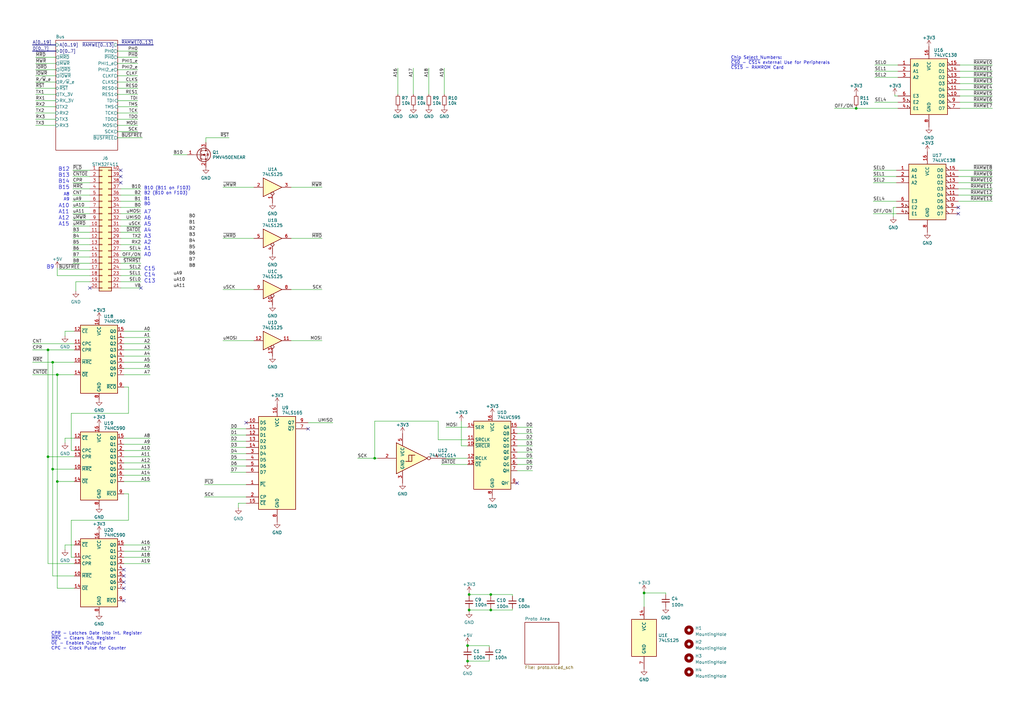
<source format=kicad_sch>
(kicad_sch (version 20230121) (generator eeschema)
  (paper "A3")
  (title_block (title "Unicomp v2 - RAMROM Board") (date "2023-07-06") (rev "v1") (company "100% Offner") (comment 1 "v1: Initial"))
  (lib_symbols
    (symbol "74xGxx:74AHC1G14"
      (property "Reference" "U" (at -2.54 3.81 0))
      (property "Value" "74AHC1G14" (at 0 -3.81 0))
      (symbol "74AHC1G14_1_1"
        (pin input line (at -15.24 0 0) (length 7.62) (name "~") (number "2"))
        (pin power_in line (at -5.08 -10.16 90) (length 5.08) (name "GND") (number "3"))
        (pin output inverted (at 12.7 0 180) (length 7.62) (name "~") (number "4"))
        (pin power_in line (at -5.08 10.16 270) (length 5.08) (name "VCC") (number "5"))
      )
    )
    (symbol "74xx:74HC590"
      (property "Reference" "U" (at -7.62 16.51 0))
      (property "Value" "74HC590" (at -7.62 -13.97 0))
      (symbol "74HC590_1_0"
        (pin tri_state line (at 10.16 10.16 180) (length 2.54) (name "Q1") (number "1"))
        (pin input line (at -10.16 0 0) (length 2.54) (name "~{MRC}") (number "10"))
        (pin input line (at -10.16 7.62 0) (length 2.54) (name "CPC") (number "11"))
        (pin input line (at -10.16 12.7 0) (length 2.54) (name "~{CE}") (number "12"))
        (pin input line (at -10.16 5.08 0) (length 2.54) (name "CPR") (number "13"))
        (pin input line (at -10.16 -5.08 0) (length 2.54) (name "~{OE}") (number "14"))
        (pin tri_state line (at 10.16 12.7 180) (length 2.54) (name "Q0") (number "15"))
        (pin power_in line (at 0 17.78 270) (length 2.54) (name "VCC") (number "16"))
        (pin tri_state line (at 10.16 7.62 180) (length 2.54) (name "Q2") (number "2"))
        (pin tri_state line (at 10.16 5.08 180) (length 2.54) (name "Q3") (number "3"))
        (pin tri_state line (at 10.16 2.54 180) (length 2.54) (name "Q4") (number "4"))
        (pin tri_state line (at 10.16 0 180) (length 2.54) (name "Q5") (number "5"))
        (pin tri_state line (at 10.16 -2.54 180) (length 2.54) (name "Q6") (number "6"))
        (pin tri_state line (at 10.16 -5.08 180) (length 2.54) (name "Q7") (number "7"))
        (pin power_in line (at 0 -15.24 90) (length 2.54) (name "GND") (number "8"))
        (pin output line (at 10.16 -10.16 180) (length 2.54) (name "~{RCO}") (number "9"))
      )
    )
    (symbol "74xx:74LS125" (pin_names (offset 1.016))
      (property "Reference" "U" (at 0 1.27 0))
      (property "Value" "74LS125" (at 0 -1.27 0))
      (symbol "74LS125_1_0"
        (pin input inverted (at 0 -6.35 90) (length 4.445) (name "~") (number "1"))
        (pin input line (at -7.62 0 0) (length 3.81) (name "~") (number "2"))
        (pin tri_state line (at 7.62 0 180) (length 3.81) (name "~") (number "3"))
      )
      (symbol "74LS125_2_0"
        (pin input inverted (at 0 -6.35 90) (length 4.445) (name "~") (number "4"))
        (pin input line (at -7.62 0 0) (length 3.81) (name "~") (number "5"))
        (pin tri_state line (at 7.62 0 180) (length 3.81) (name "~") (number "6"))
      )
      (symbol "74LS125_3_0"
        (pin input inverted (at 0 -6.35 90) (length 4.445) (name "~") (number "10"))
        (pin tri_state line (at 7.62 0 180) (length 3.81) (name "~") (number "8"))
        (pin input line (at -7.62 0 0) (length 3.81) (name "~") (number "9"))
      )
      (symbol "74LS125_4_0"
        (pin tri_state line (at 7.62 0 180) (length 3.81) (name "~") (number "11"))
        (pin input line (at -7.62 0 0) (length 3.81) (name "~") (number "12"))
        (pin input inverted (at 0 -6.35 90) (length 4.445) (name "~") (number "13"))
      )
      (symbol "74LS125_5_0"
        (pin power_in line (at 0 12.7 270) (length 5.08) (name "VCC") (number "14"))
        (pin power_in line (at 0 -12.7 90) (length 5.08) (name "GND") (number "7"))
      )
    )
    (symbol "74xx:74LS138" (pin_names (offset 1.016))
      (property "Reference" "U" (at -7.62 11.43 0))
      (property "Value" "74LS138" (at -7.62 -13.97 0))
      (symbol "74LS138_1_0"
        (pin input line (at -12.7 7.62 0) (length 5.08) (name "A0") (number "1"))
        (pin output output_low (at 12.7 -5.08 180) (length 5.08) (name "O5") (number "10"))
        (pin output output_low (at 12.7 -2.54 180) (length 5.08) (name "O4") (number "11"))
        (pin output output_low (at 12.7 0 180) (length 5.08) (name "O3") (number "12"))
        (pin output output_low (at 12.7 2.54 180) (length 5.08) (name "O2") (number "13"))
        (pin output output_low (at 12.7 5.08 180) (length 5.08) (name "O1") (number "14"))
        (pin output output_low (at 12.7 7.62 180) (length 5.08) (name "O0") (number "15"))
        (pin power_in line (at 0 15.24 270) (length 5.08) (name "VCC") (number "16"))
        (pin input line (at -12.7 5.08 0) (length 5.08) (name "A1") (number "2"))
        (pin input line (at -12.7 2.54 0) (length 5.08) (name "A2") (number "3"))
        (pin input input_low (at -12.7 -10.16 0) (length 5.08) (name "E1") (number "4"))
        (pin input input_low (at -12.7 -7.62 0) (length 5.08) (name "E2") (number "5"))
        (pin input line (at -12.7 -5.08 0) (length 5.08) (name "E3") (number "6"))
        (pin output output_low (at 12.7 -10.16 180) (length 5.08) (name "O7") (number "7"))
        (pin power_in line (at 0 -17.78 90) (length 5.08) (name "GND") (number "8"))
        (pin output output_low (at 12.7 -7.62 180) (length 5.08) (name "O6") (number "9"))
      )
    )
    (symbol "74xx:74LS165"
      (property "Reference" "U" (at -7.62 19.05 0))
      (property "Value" "74LS165" (at -7.62 -21.59 0))
      (symbol "74LS165_1_0"
        (pin input line (at -12.7 -10.16 0) (length 5.08) (name "~{PL}") (number "1"))
        (pin input line (at -12.7 15.24 0) (length 5.08) (name "DS") (number "10"))
        (pin input line (at -12.7 12.7 0) (length 5.08) (name "D0") (number "11"))
        (pin input line (at -12.7 10.16 0) (length 5.08) (name "D1") (number "12"))
        (pin input line (at -12.7 7.62 0) (length 5.08) (name "D2") (number "13"))
        (pin input line (at -12.7 5.08 0) (length 5.08) (name "D3") (number "14"))
        (pin input line (at -12.7 -17.78 0) (length 5.08) (name "~{CE}") (number "15"))
        (pin power_in line (at 0 22.86 270) (length 5.08) (name "VCC") (number "16"))
        (pin input line (at -12.7 -15.24 0) (length 5.08) (name "CP") (number "2"))
        (pin input line (at -12.7 2.54 0) (length 5.08) (name "D4") (number "3"))
        (pin input line (at -12.7 0 0) (length 5.08) (name "D5") (number "4"))
        (pin input line (at -12.7 -2.54 0) (length 5.08) (name "D6") (number "5"))
        (pin input line (at -12.7 -5.08 0) (length 5.08) (name "D7") (number "6"))
        (pin output line (at 12.7 12.7 180) (length 5.08) (name "~{Q7}") (number "7"))
        (pin power_in line (at 0 -25.4 90) (length 5.08) (name "GND") (number "8"))
        (pin output line (at 12.7 15.24 180) (length 5.08) (name "Q7") (number "9"))
      )
    )
    (symbol "74xx:74LS595"
      (property "Reference" "U" (at -7.62 13.97 0))
      (property "Value" "74LS595" (at -7.62 -16.51 0))
      (symbol "74LS595_1_0"
        (pin tri_state line (at 10.16 7.62 180) (length 2.54) (name "QB") (number "1"))
        (pin input line (at -10.16 2.54 0) (length 2.54) (name "~{SRCLR}") (number "10"))
        (pin input line (at -10.16 5.08 0) (length 2.54) (name "SRCLK") (number "11"))
        (pin input line (at -10.16 -2.54 0) (length 2.54) (name "RCLK") (number "12"))
        (pin input line (at -10.16 -5.08 0) (length 2.54) (name "~{OE}") (number "13"))
        (pin input line (at -10.16 10.16 0) (length 2.54) (name "SER") (number "14"))
        (pin tri_state line (at 10.16 10.16 180) (length 2.54) (name "QA") (number "15"))
        (pin power_in line (at 0 15.24 270) (length 2.54) (name "VCC") (number "16"))
        (pin tri_state line (at 10.16 5.08 180) (length 2.54) (name "QC") (number "2"))
        (pin tri_state line (at 10.16 2.54 180) (length 2.54) (name "QD") (number "3"))
        (pin tri_state line (at 10.16 0 180) (length 2.54) (name "QE") (number "4"))
        (pin tri_state line (at 10.16 -2.54 180) (length 2.54) (name "QF") (number "5"))
        (pin tri_state line (at 10.16 -5.08 180) (length 2.54) (name "QG") (number "6"))
        (pin tri_state line (at 10.16 -7.62 180) (length 2.54) (name "QH") (number "7"))
        (pin power_in line (at 0 -17.78 90) (length 2.54) (name "GND") (number "8"))
        (pin output line (at 10.16 -12.7 180) (length 2.54) (name "QH'") (number "9"))
      )
    )
    (symbol "Connector_Generic:Conn_02x20_Counter_Clockwise" (pin_names (offset 1.016) hide)
      (property "Reference" "J" (at 1.27 25.4 0))
      (property "Value" "Conn_02x20_Counter_Clockwise" (at 1.27 -27.94 0))
      (symbol "Conn_02x20_Counter_Clockwise_1_1"
        (pin passive line (at -5.08 22.86 0) (length 3.81) (name "Pin_1") (number "1"))
        (pin passive line (at -5.08 0 0) (length 3.81) (name "Pin_10") (number "10"))
        (pin passive line (at -5.08 -2.54 0) (length 3.81) (name "Pin_11") (number "11"))
        (pin passive line (at -5.08 -5.08 0) (length 3.81) (name "Pin_12") (number "12"))
        (pin passive line (at -5.08 -7.62 0) (length 3.81) (name "Pin_13") (number "13"))
        (pin passive line (at -5.08 -10.16 0) (length 3.81) (name "Pin_14") (number "14"))
        (pin passive line (at -5.08 -12.7 0) (length 3.81) (name "Pin_15") (number "15"))
        (pin passive line (at -5.08 -15.24 0) (length 3.81) (name "Pin_16") (number "16"))
        (pin passive line (at -5.08 -17.78 0) (length 3.81) (name "Pin_17") (number "17"))
        (pin passive line (at -5.08 -20.32 0) (length 3.81) (name "Pin_18") (number "18"))
        (pin passive line (at -5.08 -22.86 0) (length 3.81) (name "Pin_19") (number "19"))
        (pin passive line (at -5.08 20.32 0) (length 3.81) (name "Pin_2") (number "2"))
        (pin passive line (at -5.08 -25.4 0) (length 3.81) (name "Pin_20") (number "20"))
        (pin passive line (at 7.62 -25.4 180) (length 3.81) (name "Pin_21") (number "21"))
        (pin passive line (at 7.62 -22.86 180) (length 3.81) (name "Pin_22") (number "22"))
        (pin passive line (at 7.62 -20.32 180) (length 3.81) (name "Pin_23") (number "23"))
        (pin passive line (at 7.62 -17.78 180) (length 3.81) (name "Pin_24") (number "24"))
        (pin passive line (at 7.62 -15.24 180) (length 3.81) (name "Pin_25") (number "25"))
        (pin passive line (at 7.62 -12.7 180) (length 3.81) (name "Pin_26") (number "26"))
        (pin passive line (at 7.62 -10.16 180) (length 3.81) (name "Pin_27") (number "27"))
        (pin passive line (at 7.62 -7.62 180) (length 3.81) (name "Pin_28") (number "28"))
        (pin passive line (at 7.62 -5.08 180) (length 3.81) (name "Pin_29") (number "29"))
        (pin passive line (at -5.08 17.78 0) (length 3.81) (name "Pin_3") (number "3"))
        (pin passive line (at 7.62 -2.54 180) (length 3.81) (name "Pin_30") (number "30"))
        (pin passive line (at 7.62 0 180) (length 3.81) (name "Pin_31") (number "31"))
        (pin passive line (at 7.62 2.54 180) (length 3.81) (name "Pin_32") (number "32"))
        (pin passive line (at 7.62 5.08 180) (length 3.81) (name "Pin_33") (number "33"))
        (pin passive line (at 7.62 7.62 180) (length 3.81) (name "Pin_34") (number "34"))
        (pin passive line (at 7.62 10.16 180) (length 3.81) (name "Pin_35") (number "35"))
        (pin passive line (at 7.62 12.7 180) (length 3.81) (name "Pin_36") (number "36"))
        (pin passive line (at 7.62 15.24 180) (length 3.81) (name "Pin_37") (number "37"))
        (pin passive line (at 7.62 17.78 180) (length 3.81) (name "Pin_38") (number "38"))
        (pin passive line (at 7.62 20.32 180) (length 3.81) (name "Pin_39") (number "39"))
        (pin passive line (at -5.08 15.24 0) (length 3.81) (name "Pin_4") (number "4"))
        (pin passive line (at 7.62 22.86 180) (length 3.81) (name "Pin_40") (number "40"))
        (pin passive line (at -5.08 12.7 0) (length 3.81) (name "Pin_5") (number "5"))
        (pin passive line (at -5.08 10.16 0) (length 3.81) (name "Pin_6") (number "6"))
        (pin passive line (at -5.08 7.62 0) (length 3.81) (name "Pin_7") (number "7"))
        (pin passive line (at -5.08 5.08 0) (length 3.81) (name "Pin_8") (number "8"))
        (pin passive line (at -5.08 2.54 0) (length 3.81) (name "Pin_9") (number "9"))
      )
    )
    (symbol "Device:C_Small" (pin_numbers hide) (pin_names (offset 0.254) hide)
      (property "Reference" "C" (at 0.254 1.778 0))
      (property "Value" "C_Small" (at 0.254 -2.032 0))
      (symbol "C_Small_1_1"
        (pin passive line (at 0 2.54 270) (length 2.032) (name "~") (number "1"))
        (pin passive line (at 0 -2.54 90) (length 2.032) (name "~") (number "2"))
      )
    )
    (symbol "Device:R_Small" (pin_numbers hide) (pin_names (offset 0.254) hide)
      (property "Reference" "R" (at 0.762 0.508 0))
      (property "Value" "R_Small" (at 0.762 -1.016 0))
      (symbol "R_Small_1_1"
        (pin passive line (at 0 2.54 270) (length 0.762) (name "~") (number "1"))
        (pin passive line (at 0 -2.54 90) (length 0.762) (name "~") (number "2"))
      )
    )
    (symbol "GND_1" (power) (pin_names (offset 0))
      (property "Value" "GND_1" (at 0 -3.81 0))
      (symbol "GND_1_1_1"
        (pin power_in line (at 0 0 270) (length 0) hide (name "GND") (number "1"))
      )
    )
    (symbol "Mechanical:MountingHole" (pin_names (offset 1.016))
      (property "Reference" "H" (at 0 5.08 0))
      (property "Value" "MountingHole" (at 0 3.175 0))
    )
    (symbol "Transistor_FET:IRLML0030" (pin_names hide)
      (property "Reference" "Q" (at 5.08 1.905 0))
      (property "Value" "IRLML0030" (at 5.08 0 0))
      (symbol "IRLML0030_1_1"
        (pin input line (at -5.08 0 0) (length 2.54) (name "G") (number "1"))
        (pin passive line (at 2.54 -5.08 90) (length 2.54) (name "S") (number "2"))
        (pin passive line (at 2.54 5.08 270) (length 2.54) (name "D") (number "3"))
      )
    )
    (symbol "power:+3V3" (power) (pin_names (offset 0))
      (property "Value" "+3V3" (at 0 3.556 0))
      (symbol "+3V3_1_1"
        (pin power_in line (at 0 0 90) (length 0) hide (name "+3V3") (number "1"))
      )
    )
    (symbol "power:+5V" (power) (pin_names (offset 0))
      (property "Value" "+5V" (at 0 3.556 0))
      (symbol "+5V_1_1"
        (pin power_in line (at 0 0 90) (length 0) hide (name "+5V") (number "1"))
      )
    )
    (symbol "power:GND" (power) (pin_names (offset 0))
      (property "Value" "GND" (at 0 -3.81 0))
      (symbol "GND_1_1"
        (pin power_in line (at 0 0 270) (length 0) hide (name "GND") (number "1"))
      )
    )
  )
  (junction (at 351.155 44.45))
  (junction (at 201.295 243.84))
  (junction (at 21.59 148.59))
  (junction (at 19.685 187.325))
  (junction (at 192.405 250.19))
  (junction (at 21.59 192.405))
  (junction (at 191.77 264.795))
  (junction (at 153.67 187.96))
  (junction (at 264.16 243.205))
  (junction (at 201.295 250.19))
  (junction (at 23.495 153.67))
  (junction (at 23.495 197.485))
  (junction (at 191.77 271.145))
  (junction (at 192.405 243.84))
  (junction (at 19.685 143.51))
  (no_connect (at 393.065 87.63))
  (no_connect (at 36.83 118.11))
  (no_connect (at 49.53 72.39))
  (no_connect (at 126.365 175.895))
  (no_connect (at 100.965 173.355))
  (no_connect (at 49.53 69.85))
  (no_connect (at 50.8 241.3))
  (no_connect (at 212.09 198.12))
  (no_connect (at 393.065 85.09))
  (no_connect (at 50.8 238.76))
  (no_connect (at 57.785 118.11))
  (no_connect (at 50.8 236.22))
  (no_connect (at 50.8 246.38))
  (no_connect (at 50.8 233.68))
  (no_connect (at 49.53 74.93))
  (wire (pts (xy 50.8 192.405) (xy 61.595 192.405)))
  (wire (pts (xy 84.455 58.42) (xy 84.455 56.515)))
  (wire (pts (xy 29.845 95.25) (xy 36.83 95.25)))
  (wire (pts (xy 52.705 169.545) (xy 29.21 169.545)))
  (wire (pts (xy 200.66 264.795) (xy 200.66 265.43)))
  (wire (pts (xy 49.53 102.87) (xy 57.785 102.87)))
  (wire (pts (xy 26.67 179.705) (xy 30.48 179.705)))
  (wire (pts (xy 29.845 85.09) (xy 36.83 85.09)))
  (wire (pts (xy 189.23 182.88) (xy 191.77 182.88)))
  (wire (pts (xy 14.605 31.115) (xy 22.86 31.115)))
  (wire (pts (xy 50.8 223.52) (xy 61.595 223.52)))
  (wire (pts (xy 393.065 77.47) (xy 407.035 77.47)))
  (wire (pts (xy 48.26 43.815) (xy 56.515 43.815)))
  (wire (pts (xy 50.8 135.89) (xy 61.595 135.89)))
  (wire (pts (xy 100.965 175.895) (xy 94.615 175.895)))
  (wire (pts (xy 49.53 95.25) (xy 57.785 95.25)))
  (bus (pts (xy 48.26 18.415) (xy 62.865 18.415)))
  (wire (pts (xy 29.845 77.47) (xy 36.83 77.47)))
  (wire (pts (xy 212.09 185.42) (xy 218.44 185.42)))
  (wire (pts (xy 50.8 187.325) (xy 61.595 187.325)))
  (wire (pts (xy 23.495 109.855) (xy 23.495 113.03)))
  (wire (pts (xy 26.67 135.89) (xy 26.67 137.795)))
  (wire (pts (xy 192.405 250.19) (xy 192.405 249.555)))
  (wire (pts (xy 26.67 223.52) (xy 30.48 223.52)))
  (wire (pts (xy 49.53 87.63) (xy 57.785 87.63)))
  (wire (pts (xy 119.38 139.7) (xy 132.08 139.7)))
  (wire (pts (xy 31.115 115.57) (xy 31.115 119.38)))
  (wire (pts (xy 132.08 76.835) (xy 119.38 76.835)))
  (wire (pts (xy 169.545 27.94) (xy 169.545 38.735)))
  (wire (pts (xy 393.065 80.01) (xy 407.035 80.01)))
  (wire (pts (xy 100.965 188.595) (xy 94.615 188.595)))
  (wire (pts (xy 19.685 143.51) (xy 19.685 187.325)))
  (wire (pts (xy 50.8 138.43) (xy 61.595 138.43)))
  (wire (pts (xy 358.775 29.21) (xy 368.3 29.21)))
  (wire (pts (xy 48.26 36.195) (xy 56.515 36.195)))
  (wire (pts (xy 191.77 271.78) (xy 191.77 271.145)))
  (wire (pts (xy 83.82 198.755) (xy 100.965 198.755)))
  (wire (pts (xy 104.14 118.745) (xy 91.44 118.745)))
  (wire (pts (xy 49.53 113.03) (xy 57.785 113.03)))
  (wire (pts (xy 393.065 72.39) (xy 407.035 72.39)))
  (wire (pts (xy 191.77 271.145) (xy 200.66 271.145)))
  (wire (pts (xy 13.335 140.97) (xy 30.48 140.97)))
  (wire (pts (xy 21.59 148.59) (xy 30.48 148.59)))
  (wire (pts (xy 48.26 56.515) (xy 58.42 56.515)))
  (wire (pts (xy 100.965 191.135) (xy 94.615 191.135)))
  (wire (pts (xy 50.8 143.51) (xy 61.595 143.51)))
  (wire (pts (xy 192.405 243.84) (xy 201.295 243.84)))
  (wire (pts (xy 48.26 20.955) (xy 56.515 20.955)))
  (wire (pts (xy 393.7 31.75) (xy 407.035 31.75)))
  (wire (pts (xy 48.26 28.575) (xy 56.515 28.575)))
  (wire (pts (xy 29.845 105.41) (xy 36.83 105.41)))
  (wire (pts (xy 358.14 72.39) (xy 367.665 72.39)))
  (wire (pts (xy 49.53 77.47) (xy 57.785 77.47)))
  (wire (pts (xy 23.495 197.485) (xy 30.48 197.485)))
  (wire (pts (xy 393.065 82.55) (xy 407.035 82.55)))
  (wire (pts (xy 14.605 46.355) (xy 22.86 46.355)))
  (wire (pts (xy 192.405 250.19) (xy 201.295 250.19)))
  (wire (pts (xy 393.7 41.91) (xy 407.035 41.91)))
  (wire (pts (xy 71.12 63.5) (xy 76.835 63.5)))
  (wire (pts (xy 48.26 51.435) (xy 56.515 51.435)))
  (wire (pts (xy 264.16 243.205) (xy 273.05 243.205)))
  (wire (pts (xy 50.8 228.6) (xy 61.595 228.6)))
  (wire (pts (xy 351.155 43.815) (xy 351.155 44.45)))
  (wire (pts (xy 49.53 105.41) (xy 57.785 105.41)))
  (wire (pts (xy 19.685 187.325) (xy 30.48 187.325)))
  (wire (pts (xy 50.8 179.705) (xy 61.595 179.705)))
  (wire (pts (xy 210.185 243.84) (xy 210.185 244.475)))
  (wire (pts (xy 23.495 241.3) (xy 30.48 241.3)))
  (wire (pts (xy 264.16 242.57) (xy 264.16 243.205)))
  (wire (pts (xy 29.845 92.71) (xy 36.83 92.71)))
  (wire (pts (xy 100.965 193.675) (xy 94.615 193.675)))
  (wire (pts (xy 29.21 228.6) (xy 30.48 228.6)))
  (wire (pts (xy 50.8 189.865) (xy 61.595 189.865)))
  (wire (pts (xy 14.605 41.275) (xy 22.86 41.275)))
  (wire (pts (xy 21.59 192.405) (xy 30.48 192.405)))
  (wire (pts (xy 192.405 243.205) (xy 192.405 243.84)))
  (wire (pts (xy 100.965 178.435) (xy 94.615 178.435)))
  (wire (pts (xy 179.705 172.72) (xy 179.705 180.34)))
  (wire (pts (xy 50.8 148.59) (xy 61.595 148.59)))
  (wire (pts (xy 52.705 213.36) (xy 29.21 213.36)))
  (wire (pts (xy 393.7 36.83) (xy 407.035 36.83)))
  (wire (pts (xy 14.605 51.435) (xy 22.86 51.435)))
  (wire (pts (xy 163.195 27.94) (xy 163.195 38.735)))
  (wire (pts (xy 393.7 44.45) (xy 407.035 44.45)))
  (wire (pts (xy 212.09 193.04) (xy 218.44 193.04)))
  (wire (pts (xy 358.14 69.85) (xy 367.665 69.85)))
  (wire (pts (xy 191.77 264.16) (xy 191.77 264.795)))
  (wire (pts (xy 119.38 118.745) (xy 132.08 118.745)))
  (wire (pts (xy 83.82 203.835) (xy 100.965 203.835)))
  (wire (pts (xy 23.495 197.485) (xy 23.495 241.3)))
  (wire (pts (xy 50.8 202.565) (xy 52.705 202.565)))
  (wire (pts (xy 210.185 249.555) (xy 210.185 250.19)))
  (wire (pts (xy 182.245 27.94) (xy 182.245 38.735)))
  (wire (pts (xy 358.775 31.75) (xy 368.3 31.75)))
  (wire (pts (xy 49.53 80.01) (xy 57.785 80.01)))
  (wire (pts (xy 49.53 90.17) (xy 57.785 90.17)))
  (wire (pts (xy 97.79 206.375) (xy 97.79 208.28)))
  (wire (pts (xy 100.965 186.055) (xy 94.615 186.055)))
  (wire (pts (xy 29.845 69.85) (xy 36.83 69.85)))
  (wire (pts (xy 14.605 33.655) (xy 22.86 33.655)))
  (wire (pts (xy 19.685 143.51) (xy 30.48 143.51)))
  (wire (pts (xy 29.845 100.33) (xy 36.83 100.33)))
  (wire (pts (xy 91.44 139.7) (xy 104.14 139.7)))
  (wire (pts (xy 48.26 26.035) (xy 56.515 26.035)))
  (wire (pts (xy 273.05 243.205) (xy 273.05 243.84)))
  (wire (pts (xy 201.295 249.555) (xy 201.295 250.19)))
  (wire (pts (xy 180.975 190.5) (xy 191.77 190.5)))
  (bus (pts (xy 22.86 18.415) (xy 13.335 18.415)))
  (wire (pts (xy 13.335 143.51) (xy 19.685 143.51)))
  (wire (pts (xy 29.845 87.63) (xy 36.83 87.63)))
  (wire (pts (xy 19.685 187.325) (xy 19.685 231.14)))
  (wire (pts (xy 201.295 243.84) (xy 201.295 244.475)))
  (wire (pts (xy 49.53 97.79) (xy 57.785 97.79)))
  (wire (pts (xy 23.495 113.03) (xy 36.83 113.03)))
  (wire (pts (xy 50.8 153.67) (xy 61.595 153.67)))
  (wire (pts (xy 179.705 172.72) (xy 153.67 172.72)))
  (wire (pts (xy 189.23 172.72) (xy 189.23 182.88)))
  (wire (pts (xy 21.59 236.22) (xy 30.48 236.22)))
  (wire (pts (xy 192.405 250.825) (xy 192.405 250.19)))
  (wire (pts (xy 48.26 48.895) (xy 56.515 48.895)))
  (wire (pts (xy 100.965 206.375) (xy 97.79 206.375)))
  (wire (pts (xy 50.8 197.485) (xy 61.595 197.485)))
  (wire (pts (xy 48.26 33.655) (xy 56.515 33.655)))
  (wire (pts (xy 212.09 190.5) (xy 218.44 190.5)))
  (wire (pts (xy 52.705 158.75) (xy 52.705 169.545)))
  (wire (pts (xy 29.845 80.01) (xy 36.83 80.01)))
  (wire (pts (xy 19.685 231.14) (xy 30.48 231.14)))
  (wire (pts (xy 14.605 36.195) (xy 22.86 36.195)))
  (wire (pts (xy 84.455 56.515) (xy 93.98 56.515)))
  (wire (pts (xy 49.53 92.71) (xy 57.785 92.71)))
  (wire (pts (xy 48.26 41.275) (xy 56.515 41.275)))
  (wire (pts (xy 49.53 85.09) (xy 57.785 85.09)))
  (wire (pts (xy 104.14 76.835) (xy 91.44 76.835)))
  (wire (pts (xy 393.7 26.67) (xy 407.035 26.67)))
  (wire (pts (xy 393.7 29.21) (xy 407.035 29.21)))
  (wire (pts (xy 175.895 27.94) (xy 175.895 38.735)))
  (wire (pts (xy 50.8 226.06) (xy 61.595 226.06)))
  (wire (pts (xy 201.295 243.84) (xy 210.185 243.84)))
  (wire (pts (xy 200.66 270.51) (xy 200.66 271.145)))
  (wire (pts (xy 50.8 140.97) (xy 61.595 140.97)))
  (wire (pts (xy 49.53 107.95) (xy 57.785 107.95)))
  (wire (pts (xy 48.26 53.975) (xy 56.515 53.975)))
  (wire (pts (xy 29.845 107.95) (xy 36.83 107.95)))
  (wire (pts (xy 212.09 182.88) (xy 218.44 182.88)))
  (wire (pts (xy 14.605 28.575) (xy 22.86 28.575)))
  (wire (pts (xy 49.53 82.55) (xy 57.785 82.55)))
  (wire (pts (xy 264.16 243.205) (xy 264.16 248.92)))
  (wire (pts (xy 212.09 180.34) (xy 218.44 180.34)))
  (wire (pts (xy 29.845 90.17) (xy 36.83 90.17)))
  (wire (pts (xy 21.59 148.59) (xy 21.59 192.405)))
  (wire (pts (xy 49.53 115.57) (xy 57.785 115.57)))
  (wire (pts (xy 368.3 39.37) (xy 367.03 39.37)))
  (wire (pts (xy 49.53 110.49) (xy 57.785 110.49)))
  (wire (pts (xy 119.38 97.79) (xy 132.08 97.79)))
  (wire (pts (xy 393.065 74.93) (xy 407.035 74.93)))
  (wire (pts (xy 29.21 184.785) (xy 30.48 184.785)))
  (wire (pts (xy 48.26 38.735) (xy 56.515 38.735)))
  (wire (pts (xy 358.14 87.63) (xy 367.665 87.63)))
  (wire (pts (xy 14.605 43.815) (xy 22.86 43.815)))
  (wire (pts (xy 50.8 231.14) (xy 61.595 231.14)))
  (wire (pts (xy 358.14 74.93) (xy 367.665 74.93)))
  (wire (pts (xy 14.605 38.735) (xy 22.86 38.735)))
  (wire (pts (xy 358.775 26.67) (xy 368.3 26.67)))
  (wire (pts (xy 191.77 264.795) (xy 191.77 265.43)))
  (wire (pts (xy 29.845 74.93) (xy 36.83 74.93)))
  (wire (pts (xy 14.605 23.495) (xy 22.86 23.495)))
  (wire (pts (xy 182.88 187.96) (xy 191.77 187.96)))
  (wire (pts (xy 26.67 223.52) (xy 26.67 225.425)))
  (wire (pts (xy 14.605 26.035) (xy 22.86 26.035)))
  (wire (pts (xy 358.14 82.55) (xy 367.665 82.55)))
  (wire (pts (xy 50.8 158.75) (xy 52.705 158.75)))
  (wire (pts (xy 29.845 82.55) (xy 36.83 82.55)))
  (wire (pts (xy 49.53 100.33) (xy 57.785 100.33)))
  (wire (pts (xy 29.21 169.545) (xy 29.21 184.785)))
  (wire (pts (xy 179.705 180.34) (xy 191.77 180.34)))
  (wire (pts (xy 23.495 153.67) (xy 30.48 153.67)))
  (wire (pts (xy 358.775 41.91) (xy 368.3 41.91)))
  (wire (pts (xy 100.965 180.975) (xy 94.615 180.975)))
  (wire (pts (xy 50.8 194.945) (xy 61.595 194.945)))
  (wire (pts (xy 49.53 118.11) (xy 57.785 118.11)))
  (wire (pts (xy 29.21 213.36) (xy 29.21 228.6)))
  (wire (pts (xy 366.395 85.09) (xy 366.395 88.9)))
  (wire (pts (xy 153.67 172.72) (xy 153.67 187.96)))
  (wire (pts (xy 29.845 72.39) (xy 36.83 72.39)))
  (wire (pts (xy 52.705 202.565) (xy 52.705 213.36)))
  (wire (pts (xy 342.265 44.45) (xy 351.155 44.45)))
  (wire (pts (xy 26.67 179.705) (xy 26.67 181.61)))
  (wire (pts (xy 212.09 175.26) (xy 218.44 175.26)))
  (wire (pts (xy 13.335 153.67) (xy 23.495 153.67)))
  (wire (pts (xy 201.295 250.19) (xy 210.185 250.19)))
  (wire (pts (xy 393.7 34.29) (xy 407.035 34.29)))
  (wire (pts (xy 100.965 183.515) (xy 94.615 183.515)))
  (wire (pts (xy 182.88 175.26) (xy 191.77 175.26)))
  (wire (pts (xy 50.8 182.245) (xy 61.595 182.245)))
  (wire (pts (xy 29.845 97.79) (xy 36.83 97.79)))
  (wire (pts (xy 367.03 38.735) (xy 367.03 39.37)))
  (wire (pts (xy 366.395 85.09) (xy 367.665 85.09)))
  (wire (pts (xy 48.26 23.495) (xy 56.515 23.495)))
  (wire (pts (xy 91.44 97.79) (xy 104.14 97.79)))
  (bus (pts (xy 22.86 20.955) (xy 13.335 20.955)))
  (wire (pts (xy 393.7 39.37) (xy 407.035 39.37)))
  (wire (pts (xy 50.8 184.785) (xy 61.595 184.785)))
  (wire (pts (xy 21.59 192.405) (xy 21.59 236.22)))
  (wire (pts (xy 23.495 153.67) (xy 23.495 197.485)))
  (wire (pts (xy 50.8 146.05) (xy 61.595 146.05)))
  (wire (pts (xy 146.685 187.96) (xy 153.67 187.96)))
  (wire (pts (xy 26.67 135.89) (xy 30.48 135.89)))
  (wire (pts (xy 48.26 46.355) (xy 56.515 46.355)))
  (wire (pts (xy 24.13 110.49) (xy 36.83 110.49)))
  (wire (pts (xy 31.115 115.57) (xy 36.83 115.57)))
  (wire (pts (xy 48.26 31.115) (xy 56.515 31.115)))
  (wire (pts (xy 191.77 271.145) (xy 191.77 270.51)))
  (wire (pts (xy 212.09 187.96) (xy 218.44 187.96)))
  (wire (pts (xy 191.77 264.795) (xy 200.66 264.795)))
  (wire (pts (xy 29.845 102.87) (xy 36.83 102.87)))
  (wire (pts (xy 14.605 48.895) (xy 22.86 48.895)))
  (wire (pts (xy 351.155 44.45) (xy 368.3 44.45)))
  (wire (pts (xy 50.8 151.13) (xy 61.595 151.13)))
  (wire (pts (xy 393.065 69.85) (xy 407.035 69.85)))
  (wire (pts (xy 13.335 148.59) (xy 21.59 148.59)))
  (wire (pts (xy 212.09 177.8) (xy 218.44 177.8)))
  (wire (pts (xy 154.94 187.96) (xy 153.67 187.96)))
  (wire (pts (xy 192.405 243.84) (xy 192.405 244.475)))
  (wire (pts (xy 126.365 173.355) (xy 136.525 173.355)))
  (text "B10 (B11 on F103)\nB2 (B10 on F103)" (at 59.055 80.01 0) (effects (font (size 1.27 1.27)) (justify left bottom)))
  (text "B12\nB13\nB14\nB15" (at 23.876 77.851 0) (effects (font (size 1.55 1.55)) (justify left bottom)))
  (text "B9\n" (at 22.225 110.49 0) (effects (font (size 1.55 1.55)) (justify right bottom)))
  (text "A10\nA11\nA12\nA15" (at 28.448 92.837 0) (effects (font (size 1.55 1.55)) (justify right bottom)))
  (text "B1\nB0" (at 59.055 84.455 0) (effects (font (size 1.27 1.27)) (justify left bottom)))
  (text "C15\nC14\nC13" (at 59.055 116.205 0) (effects (font (size 1.55 1.55)) (justify left bottom)))
  (text "A8\nA9" (at 26.035 82.55 0) (effects (font (size 1.27 1.27)) (justify left bottom)))
  (text "CPR - Latches Date into int. Register\n~{MRC} - Clears int. Register\n~{OE} - Enables Output\nCPC - Clock Pulse for Counter" (at 20.955 266.7 0) (effects (font (size 1.27 1.27)) (justify left bottom)))
  (text "A7\nA6\nA5\nA4\nA3\nA2\nA1\nA0" (at 59.055 105.41 0) (effects (font (size 1.55 1.55)) (justify left bottom)))
  (text "Chip Select Numbers:\n~{CS0} - ~{CS14} external Use for Peripherals\n~{CS15} - RAMROM Card" (at 299.72 28.575 0) (effects (font (size 1.27 1.27)) (justify left bottom)))
  (label "~{MRD}" (at 132.08 97.79 180))
  (label "~{IOWR}" (at 14.605 31.115 0))
  (label "SEL0" (at 358.775 26.67 0))
  (label "B6" (at 77.47 104.775 0))
  (label "A16" (at 163.195 27.94 270))
  (label "D1" (at 94.615 178.435 0))
  (label "D4" (at 218.44 185.42 180))
  (label "B5" (at 77.47 102.235 0))
  (label "~{RAMWE3}" (at 407.035 34.29 180))
  (label "D1" (at 218.44 177.8 180))
  (label "uA11" (at 71.12 118.11 0))
  (label "~{RAMWE11}" (at 407.035 77.47 180))
  (label "D3" (at 94.615 183.515 0))
  (label "A15" (at 61.595 197.485 180))
  (label "A9" (at 61.595 182.245 180))
  (label "A1" (at 61.595 138.43 180))
  (label "~{RAMWE7}" (at 407.035 44.45 180))
  (label "MOSI" (at 182.88 175.26 0))
  (label "A18" (at 61.595 228.6 180))
  (label "PHI2_e" (at 56.515 28.575 180))
  (label "~{CNTOE}" (at 29.845 72.39 0))
  (label "~{DATOE}" (at 57.785 95.25 180))
  (label "SCK" (at 132.08 118.745 180))
  (label "SCK" (at 146.685 187.96 0))
  (label "~{uMRD}" (at 29.845 92.71 0))
  (label "D2" (at 218.44 180.34 180))
  (label "~{MWR}" (at 132.08 76.835 180))
  (label "uA10" (at 29.845 85.09 0))
  (label "~{uMWR}" (at 29.845 90.17 0))
  (label "PH0" (at 56.515 20.955 180))
  (label "A0" (at 61.595 135.89 180))
  (label "B10" (at 57.785 77.47 180))
  (label "TX2" (at 14.605 46.355 0))
  (label "D0" (at 218.44 175.26 180))
  (label "~{RAMWE13}" (at 407.035 82.55 180))
  (label "TX3" (at 14.605 51.435 0))
  (label "CLKS" (at 56.515 33.655 180))
  (label "uA9" (at 29.845 82.55 0))
  (label "SCK" (at 56.515 53.975 180))
  (label "~{CNTOE}" (at 13.335 153.67 0))
  (label "B8" (at 77.47 109.855 0))
  (label "A16" (at 61.595 223.52 180))
  (label "~{BUSFREE}" (at 24.13 110.49 0))
  (label "B6" (at 29.845 102.87 0))
  (label "A17" (at 169.545 27.94 270))
  (label "~{RST}" (at 93.98 56.515 180))
  (label "B2" (at 77.47 94.615 0))
  (label "B0" (at 57.785 85.09 180))
  (label "~{RAMWE4}" (at 407.035 36.83 180))
  (label "SEL2" (at 57.785 110.49 180))
  (label "~{PLD}" (at 29.845 69.85 0))
  (label "A13" (at 61.595 192.405 180))
  (label "CNT" (at 13.335 140.97 0))
  (label "uMOSI" (at 91.44 139.7 0))
  (label "~{MRC}" (at 29.845 77.47 0))
  (label "TDI" (at 56.515 41.275 180))
  (label "~{RST}" (at 14.605 36.195 0))
  (label "R{slash}~{W}_e" (at 14.605 33.655 0))
  (label "~{PH0}" (at 56.515 23.495 180))
  (label "CLKF" (at 56.515 31.115 180))
  (label "CPR" (at 29.845 74.93 0))
  (label "OFF{slash}ON" (at 342.265 44.45 0))
  (label "uSCK" (at 57.785 92.71 180))
  (label "A7" (at 61.595 153.67 180))
  (label "D0" (at 94.615 175.895 0))
  (label "TX2" (at 57.785 97.79 180))
  (label "D5" (at 218.44 187.96 180))
  (label "B4" (at 29.845 97.79 0))
  (label "D5" (at 94.615 188.595 0))
  (label "~{IORD}" (at 14.605 28.575 0))
  (label "B7" (at 29.845 105.41 0))
  (label "B7" (at 77.47 107.315 0))
  (label "A11" (at 61.595 187.325 180))
  (label "RX3" (at 14.605 48.895 0))
  (label "A2" (at 61.595 140.97 180))
  (label "A6" (at 61.595 151.13 180))
  (label "CNT" (at 29.845 80.01 0))
  (label "B1" (at 77.47 92.075 0))
  (label "RES1" (at 56.515 38.735 180))
  (label "B4" (at 77.47 99.695 0))
  (label "~{STMRST}" (at 57.785 107.95 180))
  (label "D3" (at 218.44 182.88 180))
  (label "TDO" (at 56.515 48.895 180))
  (label "MOSI" (at 56.515 51.435 180))
  (label "uA11" (at 29.845 87.63 0))
  (label "SEL0" (at 57.785 115.57 180))
  (label "UMISO" (at 136.525 173.355 180))
  (label "~{PLD}" (at 83.82 198.755 0))
  (label "A8" (at 61.595 179.705 180))
  (label "uA10" (at 71.12 115.57 0))
  (label "A10" (at 61.595 184.785 180))
  (label "RES0" (at 56.515 36.195 180))
  (label "A18" (at 175.895 27.94 270))
  (label "uSCK" (at 91.44 118.745 0))
  (label "SEL2" (at 358.775 31.75 0))
  (label "TMS" (at 56.515 43.815 180))
  (label "A17" (at 61.595 226.06 180))
  (label "D[0..7]" (at 13.335 20.955 0))
  (label "SEL2" (at 358.14 74.93 0))
  (label "RX1" (at 14.605 41.275 0))
  (label "RX2" (at 57.785 100.33 180))
  (label "~{MRC}" (at 13.335 148.59 0))
  (label "D6" (at 218.44 190.5 180))
  (label "B1" (at 57.785 82.55 180))
  (label "~{MWR}" (at 14.605 26.035 0))
  (label "uA9" (at 71.12 113.03 0))
  (label "A4" (at 61.595 146.05 180))
  (label "RX2" (at 14.605 43.815 0))
  (label "OFF{slash}ON" (at 57.785 105.41 180))
  (label "~{RAMWE6}" (at 407.035 41.91 180))
  (label "B5" (at 29.845 100.33 0))
  (label "SEL1" (at 358.14 72.39 0))
  (label "A5" (at 61.595 148.59 180))
  (label "TX1" (at 14.605 38.735 0))
  (label "SEL4" (at 57.785 102.87 180))
  (label "SEL1" (at 358.775 29.21 0))
  (label "~{RAMWE9}" (at 407.035 72.39 180))
  (label "~{RAMWE5}" (at 407.035 39.37 180))
  (label "VB" (at 57.785 118.11 180))
  (label "~{uMWR}" (at 91.44 76.835 0))
  (label "~{uMRD}" (at 91.44 97.79 0))
  (label "B0" (at 77.47 89.535 0))
  (label "uMOSI" (at 57.785 87.63 180))
  (label "D7" (at 218.44 193.04 180))
  (label "SCK" (at 83.82 203.835 0))
  (label "~{RAMWE10}" (at 407.035 74.93 180))
  (label "A19" (at 61.595 231.14 180))
  (label "SEL1" (at 57.785 113.03 180))
  (label "~{RAMWE1}" (at 407.035 29.21 180))
  (label "B2" (at 57.785 80.01 180))
  (label "~{RAMWE12}" (at 407.035 80.01 180))
  (label "~{BUSFREE}" (at 58.42 56.515 180))
  (label "SEL0" (at 358.14 69.85 0))
  (label "D7" (at 94.615 193.675 0))
  (label "B3" (at 77.47 97.155 0))
  (label "OFF{slash}ON" (at 358.14 87.63 0))
  (label "CPR" (at 13.335 143.51 0))
  (label "A[0..19]" (at 13.335 18.415 0))
  (label "~{RAMWE0}" (at 407.035 26.67 180))
  (label "A12" (at 61.595 189.865 180))
  (label "B3" (at 29.845 95.25 0))
  (label "~{MRD}" (at 14.605 23.495 0))
  (label "B10" (at 71.12 63.5 0))
  (label "D6" (at 94.615 191.135 0))
  (label "SEL4" (at 358.14 82.55 0))
  (label "A3" (at 61.595 143.51 180))
  (label "~{DATOE}" (at 180.975 190.5 0))
  (label "~{RAMWE2}" (at 407.035 31.75 180))
  (label "B8" (at 29.845 107.95 0))
  (label "A14" (at 61.595 194.945 180))
  (label "~{RAMWE8}" (at 407.035 69.85 180))
  (label "SEL4" (at 358.775 41.91 0))
  (label "D4" (at 94.615 186.055 0))
  (label "MOSI" (at 132.08 139.7 180))
  (label "UMISO" (at 57.785 90.17 180))
  (label "A19" (at 182.245 27.94 270))
  (label "TCK" (at 56.515 46.355 180))
  (label "PHI1_e" (at 56.515 26.035 180))
  (label "D2" (at 94.615 180.975 0))
  (label "~{RAMWE[0..13]}" (at 62.865 18.415 180))
  (symbol (lib_id "74xx:74LS138") (at 380.365 77.47 0) (unit 1)
    (property "Reference" "U17" (at 382.3209 63.73 0) (effects (justify left)))
    (property "Value" "74LVC138" (at 382.3209 65.778 0) (effects (justify left)))
    (property "Footprint" "Package_SO:SOIC-16_3.9x9.9mm_P1.27mm" (effects hide))
    (property "Datasheet" "http://www.ti.com/lit/gpn/sn74LS138" (effects hide))
  )
  (symbol (lib_id "74xGxx:74AHC1G14") (at 170.18 187.96 0) (unit 1)
    (property "Reference" "U12" (at 181.5968 184.7611 0))
    (property "Value" "74AHC1G14" (at 181.5968 186.8091 0))
    (property "Footprint" "Package_TO_SOT_SMD:SOT-23-5" (effects hide))
    (property "Datasheet" "https://www.ti.com/lit/ds/symlink/sn74lvc1g14.pdf" (effects hide))
  )
  (symbol (lib_id "74xx:74LS138") (at 381 34.29 0) (unit 1)
    (property "Reference" "U16" (at 382.9559 20.55 0) (effects (justify left)))
    (property "Value" "74LVC138" (at 382.9559 22.598 0) (effects (justify left)))
    (property "Footprint" "Package_SO:SOIC-16_3.9x9.9mm_P1.27mm" (effects hide))
    (property "Datasheet" "http://www.ti.com/lit/gpn/sn74LS138" (effects hide))
  )
  (symbol (lib_id "Device:C_Small") (at 201.295 247.015 0) (unit 1)
    (property "Reference" "C10" (at 203.6191 246.1866 0) (effects (justify left)))
    (property "Value" "100n" (at 203.6191 248.7235 0) (effects (justify left)))
    (property "Footprint" "Capacitor_SMD:C_1206_3216Metric" (effects hide))
  )
  (symbol (lib_name "GND_1") (lib_id "power:GND") (at 182.245 43.815 0) (unit 1)
    (property "Reference" "#PWR065" (effects hide))
    (property "Value" "GND" (at 182.245 47.76 0))
  )
  (symbol (lib_id "power:GND") (at 273.05 248.92 0) (unit 1)
    (property "Reference" "#PWR02" (effects hide))
    (property "Value" "GND" (at 273.05 253.3634 0))
  )
  (symbol (lib_id "power:GND") (at 366.395 88.9 0) (unit 1)
    (property "Reference" "#PWR077" (effects hide))
    (property "Value" "GND" (at 366.395 93.3434 0))
  )
  (symbol (lib_id "power:+3V3") (at 192.405 243.205 0) (unit 1)
    (property "Reference" "#PWR011" (effects hide))
    (property "Value" "+3V3" (at 192.405 239.6292 0))
  )
  (symbol (lib_id "Device:C_Small") (at 200.66 267.97 0) (unit 1)
    (property "Reference" "C2" (at 202.9841 267.1416 0) (effects (justify left)))
    (property "Value" "100n" (at 202.9841 269.6785 0) (effects (justify left)))
    (property "Footprint" "Capacitor_SMD:C_1206_3216Metric" (effects hide))
  )
  (symbol (lib_id "Device:R_Small") (at 175.895 41.275 0) (unit 1)
    (property "Reference" "R9" (at 177.3936 40.251 0) (effects (justify left)))
    (property "Value" "10k" (at 177.3936 42.299 0) (effects (justify left)))
    (property "Footprint" "Resistor_SMD:R_1206_3216Metric_Pad1.30x1.75mm_HandSolder" (effects hide))
  )
  (symbol (lib_id "power:+3V3") (at 201.93 170.18 0) (unit 1)
    (property "Reference" "#PWR04" (effects hide))
    (property "Value" "+3V3" (at 201.93 166.6042 0))
  )
  (symbol (lib_id "Device:R_Small") (at 163.195 41.275 0) (unit 1)
    (property "Reference" "R7" (at 164.6936 40.251 0) (effects (justify left)))
    (property "Value" "10k" (at 164.6936 42.299 0) (effects (justify left)))
    (property "Footprint" "Resistor_SMD:R_1206_3216Metric_Pad1.30x1.75mm_HandSolder" (effects hide))
  )
  (symbol (lib_id "power:GND") (at 26.67 225.425 0) (unit 1)
    (property "Reference" "#PWR087" (effects hide))
    (property "Value" "GND" (at 26.67 229.8684 0))
  )
  (symbol (lib_id "Mechanical:MountingHole") (at 282.575 258.445 0) (unit 1)
    (property "Reference" "H1" (at 285.115 257.6103 0) (effects (justify left)))
    (property "Value" "MountingHole" (at 285.115 260.1472 0) (effects (justify left)))
    (property "Footprint" "MountingHole:MountingHole_3.2mm_M3" (effects hide))
  )
  (symbol (lib_id "power:GND") (at 380.365 95.25 0) (unit 1)
    (property "Reference" "#PWR075" (effects hide))
    (property "Value" "GND" (at 380.365 99.6934 0))
  )
  (symbol (lib_id "power:GND") (at 111.76 146.05 0) (unit 1)
    (property "Reference" "#PWR012" (effects hide))
    (property "Value" "GND" (at 111.76 150.4934 0))
  )
  (symbol (lib_name "GND_1") (lib_id "power:GND") (at 175.895 43.815 0) (unit 1)
    (property "Reference" "#PWR064" (effects hide))
    (property "Value" "GND" (at 175.895 47.76 0))
  )
  (symbol (lib_id "power:+3V3") (at 264.16 242.57 0) (unit 1)
    (property "Reference" "#PWR01" (effects hide))
    (property "Value" "+3V3" (at 264.16 238.9942 0))
  )
  (symbol (lib_id "power:+3V3") (at 40.64 130.81 0) (unit 1)
    (property "Reference" "#PWR080" (effects hide))
    (property "Value" "+3V3" (at 40.64 127.2342 0))
  )
  (symbol (lib_id "power:GND") (at 40.64 163.83 0) (unit 1)
    (property "Reference" "#PWR081" (effects hide))
    (property "Value" "GND" (at 40.64 168.2734 0))
  )
  (symbol (lib_id "74xx:74LS165") (at 113.665 188.595 0) (unit 1)
    (property "Reference" "U9" (at 115.6209 167.235 0) (effects (justify left)))
    (property "Value" "74LS165" (at 115.6209 169.283 0) (effects (justify left)))
    (property "Footprint" "Package_SO:SOIC-16_3.9x9.9mm_P1.27mm" (effects hide))
    (property "Datasheet" "https://www.ti.com/lit/ds/symlink/sn74ls165a.pdf" (effects hide))
  )
  (symbol (lib_id "74xx:74LS125") (at 111.76 139.7 0) (unit 4)
    (property "Reference" "U1" (at 111.76 132.31 0))
    (property "Value" "74LS125" (at 111.76 134.358 0))
    (property "Footprint" "Package_SO:SOIC-14_3.9x8.7mm_P1.27mm" (effects hide))
    (property "Datasheet" "http://www.ti.com/lit/gpn/sn74LS125" (effects hide))
  )
  (symbol (lib_id "74xx:74LS125") (at 111.76 97.79 0) (unit 2)
    (property "Reference" "U1" (at 111.76 90.4 0))
    (property "Value" "74LS125" (at 111.76 92.448 0))
    (property "Footprint" "Package_SO:SOIC-14_3.9x8.7mm_P1.27mm" (effects hide))
    (property "Datasheet" "http://www.ti.com/lit/gpn/sn74LS125" (effects hide))
  )
  (symbol (lib_id "power:GND") (at 381 52.07 0) (unit 1)
    (property "Reference" "#PWR073" (effects hide))
    (property "Value" "GND" (at 381 56.5134 0))
  )
  (symbol (lib_id "power:GND") (at 111.76 83.185 0) (unit 1)
    (property "Reference" "#PWR08" (effects hide))
    (property "Value" "GND" (at 111.76 87.6284 0))
  )
  (symbol (lib_id "power:GND") (at 111.76 125.095 0) (unit 1)
    (property "Reference" "#PWR010" (effects hide))
    (property "Value" "GND" (at 111.76 129.5384 0))
  )
  (symbol (lib_id "power:+5V") (at 23.495 109.855 0) (unit 1)
    (property "Reference" "#PWR070" (effects hide))
    (property "Value" "+5V" (at 23.495 106.2792 0))
  )
  (symbol (lib_id "power:GND") (at 111.76 104.14 0) (unit 1)
    (property "Reference" "#PWR09" (effects hide))
    (property "Value" "GND" (at 111.76 108.5834 0))
  )
  (symbol (lib_name "GND_1") (lib_id "power:GND") (at 163.195 43.815 0) (unit 1)
    (property "Reference" "#PWR014" (effects hide))
    (property "Value" "GND" (at 163.195 47.76 0))
  )
  (symbol (lib_id "power:GND") (at 191.77 271.78 0) (unit 1)
    (property "Reference" "#PWR05" (effects hide))
    (property "Value" "GND" (at 191.77 276.2234 0))
  )
  (symbol (lib_id "Mechanical:MountingHole") (at 282.575 269.875 0) (unit 1)
    (property "Reference" "H3" (at 285.115 269.0403 0) (effects (justify left)))
    (property "Value" "MountingHole" (at 285.115 271.5772 0) (effects (justify left)))
    (property "Footprint" "MountingHole:MountingHole_3.2mm_M3" (effects hide))
  )
  (symbol (lib_id "74xx:74HC590") (at 40.64 236.22 0) (unit 1)
    (property "Reference" "U20" (at 42.5959 217.4 0) (effects (justify left)))
    (property "Value" "74HC590" (at 42.5959 219.448 0) (effects (justify left)))
    (property "Footprint" "Package_SO:SOIC-16_3.9x9.9mm_P1.27mm" (effects hide))
    (property "Datasheet" "https://assets.nexperia.com/documents/data-sheet/74HC590.pdf" (effects hide))
  )
  (symbol (lib_id "power:+3V3") (at 40.64 218.44 0) (unit 1)
    (property "Reference" "#PWR086" (effects hide))
    (property "Value" "+3V3" (at 40.64 214.8642 0))
  )
  (symbol (lib_id "74xx:74LS125") (at 111.76 118.745 0) (unit 3)
    (property "Reference" "U1" (at 111.76 111.355 0))
    (property "Value" "74LS125" (at 111.76 113.403 0))
    (property "Footprint" "Package_SO:SOIC-14_3.9x8.7mm_P1.27mm" (effects hide))
    (property "Datasheet" "http://www.ti.com/lit/gpn/sn74LS125" (effects hide))
  )
  (symbol (lib_id "Device:C_Small") (at 210.185 247.015 0) (unit 1)
    (property "Reference" "C8" (at 212.5091 246.1866 0) (effects (justify left)))
    (property "Value" "100n" (at 212.5091 248.7235 0) (effects (justify left)))
    (property "Footprint" "Capacitor_SMD:C_1206_3216Metric" (effects hide))
  )
  (symbol (lib_id "74xx:74HC590") (at 40.64 148.59 0) (unit 1)
    (property "Reference" "U18" (at 42.5959 129.77 0) (effects (justify left)))
    (property "Value" "74HC590" (at 42.5959 131.818 0) (effects (justify left)))
    (property "Footprint" "Package_SO:SOIC-16_3.9x9.9mm_P1.27mm" (effects hide))
    (property "Datasheet" "https://assets.nexperia.com/documents/data-sheet/74HC590.pdf" (effects hide))
  )
  (symbol (lib_id "power:GND") (at 84.455 68.58 0) (unit 1)
    (property "Reference" "#PWR013" (effects hide))
    (property "Value" "GND" (at 84.455 73.0234 0))
  )
  (symbol (lib_id "power:+3V3") (at 367.03 38.735 0) (unit 1)
    (property "Reference" "#PWR076" (effects hide))
    (property "Value" "+3V3" (at 367.03 35.1592 0))
  )
  (symbol (lib_id "power:GND") (at 97.79 208.28 0) (unit 1)
    (property "Reference" "#PWR059" (effects hide))
    (property "Value" "GND" (at 97.79 212.7234 0))
  )
  (symbol (lib_id "power:GND") (at 26.67 137.795 0) (unit 1)
    (property "Reference" "#PWR085" (effects hide))
    (property "Value" "GND" (at 26.67 142.2384 0))
  )
  (symbol (lib_id "Mechanical:MountingHole") (at 282.575 264.16 0) (unit 1)
    (property "Reference" "H2" (at 285.115 263.3253 0) (effects (justify left)))
    (property "Value" "MountingHole" (at 285.115 265.8622 0) (effects (justify left)))
    (property "Footprint" "MountingHole:MountingHole_3.2mm_M3" (effects hide))
  )
  (symbol (lib_id "power:GND") (at 40.64 207.645 0) (unit 1)
    (property "Reference" "#PWR083" (effects hide))
    (property "Value" "GND" (at 40.64 212.0884 0))
  )
  (symbol (lib_id "power:GND") (at 192.405 250.825 0) (unit 1)
    (property "Reference" "#PWR018" (effects hide))
    (property "Value" "GND" (at 192.405 255.2684 0))
  )
  (symbol (lib_id "power:+3V3") (at 40.64 174.625 0) (unit 1)
    (property "Reference" "#PWR082" (effects hide))
    (property "Value" "+3V3" (at 40.64 171.0492 0))
  )
  (symbol (lib_id "74xx:74LS125") (at 264.16 261.62 0) (unit 5)
    (property "Reference" "U1" (at 270.002 260.596 0) (effects (justify left)))
    (property "Value" "74LS125" (at 270.002 262.644 0) (effects (justify left)))
    (property "Footprint" "Package_SO:SOIC-14_3.9x8.7mm_P1.27mm" (effects hide))
    (property "Datasheet" "http://www.ti.com/lit/gpn/sn74LS125" (effects hide))
  )
  (symbol (lib_id "Mechanical:MountingHole") (at 282.575 275.59 0) (unit 1)
    (property "Reference" "H4" (at 285.115 274.7553 0) (effects (justify left)))
    (property "Value" "MountingHole" (at 285.115 277.2922 0) (effects (justify left)))
    (property "Footprint" "MountingHole:MountingHole_3.2mm_M3" (effects hide))
  )
  (symbol (lib_id "Device:R_Small") (at 169.545 41.275 0) (unit 1)
    (property "Reference" "R8" (at 171.0436 40.251 0) (effects (justify left)))
    (property "Value" "10k" (at 171.0436 42.299 0) (effects (justify left)))
    (property "Footprint" "Resistor_SMD:R_1206_3216Metric_Pad1.30x1.75mm_HandSolder" (effects hide))
  )
  (symbol (lib_id "power:GND") (at 201.93 203.2 0) (unit 1)
    (property "Reference" "#PWR058" (effects hide))
    (property "Value" "GND" (at 201.93 207.6434 0))
  )
  (symbol (lib_id "Device:C_Small") (at 191.77 267.97 0) (unit 1)
    (property "Reference" "C1" (at 194.0941 267.1416 0) (effects (justify left)))
    (property "Value" "100n" (at 194.0941 269.6785 0) (effects (justify left)))
    (property "Footprint" "Capacitor_SMD:C_1206_3216Metric" (effects hide))
  )
  (symbol (lib_id "Device:R_Small") (at 182.245 41.275 0) (unit 1)
    (property "Reference" "R10" (at 183.7436 40.251 0) (effects (justify left)))
    (property "Value" "10k" (at 183.7436 42.299 0) (effects (justify left)))
    (property "Footprint" "Resistor_SMD:R_1206_3216Metric_Pad1.30x1.75mm_HandSolder" (effects hide))
  )
  (symbol (lib_id "power:+3V3") (at 351.155 38.735 0) (unit 1)
    (property "Reference" "#PWR078" (effects hide))
    (property "Value" "+3V3" (at 351.155 35.1592 0))
  )
  (symbol (lib_id "power:GND") (at 264.16 274.32 0) (unit 1)
    (property "Reference" "#PWR06" (effects hide))
    (property "Value" "GND" (at 264.16 278.7634 0))
  )
  (symbol (lib_id "74xx:74LS595") (at 201.93 185.42 0) (unit 1)
    (property "Reference" "U10" (at 203.8859 169.14 0) (effects (justify left)))
    (property "Value" "74LVC595" (at 203.8859 171.188 0) (effects (justify left)))
    (property "Footprint" "Package_SO:SO-16_3.9x9.9mm_P1.27mm" (effects hide))
    (property "Datasheet" "http://www.ti.com/lit/gpn/sn74ls595" (effects hide))
  )
  (symbol (lib_id "power:+3V3") (at 113.665 165.735 0) (unit 1)
    (property "Reference" "#PWR016" (effects hide))
    (property "Value" "+3V3" (at 113.665 162.1592 0))
  )
  (symbol (lib_id "power:+3V3") (at 165.1 177.8 0) (unit 1)
    (property "Reference" "#PWR056" (effects hide))
    (property "Value" "+3V3" (at 165.1 174.2242 0))
  )
  (symbol (lib_name "GND_1") (lib_id "power:GND") (at 169.545 43.815 0) (unit 1)
    (property "Reference" "#PWR063" (effects hide))
    (property "Value" "GND" (at 169.545 47.76 0))
  )
  (symbol (lib_id "power:+3V3") (at 381 19.05 0) (unit 1)
    (property "Reference" "#PWR072" (effects hide))
    (property "Value" "+3V3" (at 381 15.4742 0))
  )
  (symbol (lib_id "power:+5V") (at 191.77 264.16 0) (unit 1)
    (property "Reference" "#PWR03" (effects hide))
    (property "Value" "+5V" (at 191.77 260.5842 0))
  )
  (symbol (lib_id "power:+3V3") (at 380.365 62.23 0) (unit 1)
    (property "Reference" "#PWR074" (effects hide))
    (property "Value" "+3V3" (at 380.365 58.6542 0))
  )
  (symbol (lib_id "power:GND") (at 113.665 213.995 0) (unit 1)
    (property "Reference" "#PWR017" (effects hide))
    (property "Value" "GND" (at 113.665 218.4384 0))
  )
  (symbol (lib_id "power:+3V3") (at 189.23 172.72 0) (unit 1)
    (property "Reference" "#PWR055" (effects hide))
    (property "Value" "+3V3" (at 189.23 169.1442 0))
  )
  (symbol (lib_id "Device:R_Small") (at 351.155 41.275 0) (unit 1)
    (property "Reference" "R11" (at 352.6536 40.251 0) (effects (justify left)))
    (property "Value" "10k" (at 352.6536 42.299 0) (effects (justify left)))
    (property "Footprint" "Resistor_SMD:R_1206_3216Metric_Pad1.30x1.75mm_HandSolder" (effects hide))
  )
  (symbol (lib_id "Transistor_FET:IRLML0030") (at 81.915 63.5 0) (unit 1)
    (property "Reference" "Q1" (at 87.122 62.476 0) (effects (justify left)))
    (property "Value" "PMV450ENEAR" (at 87.122 64.524 0) (effects (justify left)))
    (property "Footprint" "Package_TO_SOT_SMD:SOT-23" (effects hide))
    (property "Datasheet" "https://www.infineon.com/dgdl/irlml0030pbf.pdf?fileId=5546d462533600a401535664773825df" (effects hide))
  )
  (symbol (lib_id "power:GND") (at 40.64 251.46 0) (unit 1)
    (property "Reference" "#PWR088" (effects hide))
    (property "Value" "GND" (at 40.64 255.9034 0))
  )
  (symbol (lib_id "Connector_Generic:Conn_02x20_Counter_Clockwise") (at 41.91 92.71 0) (unit 1)
    (property "Reference" "J6" (at 43.18 64.8802 0))
    (property "Value" "STM32F411" (at 43.18 67.4171 0))
    (property "Footprint" "Package_DIP:DIP-40_W15.24mm_Socket_LongPads" (effects hide))
  )
  (symbol (lib_id "74xx:74LS125") (at 111.76 76.835 0) (unit 1)
    (property "Reference" "U1" (at 111.76 69.445 0))
    (property "Value" "74LS125" (at 111.76 71.493 0))
    (property "Footprint" "Package_SO:SOIC-14_3.9x8.7mm_P1.27mm" (effects hide))
    (property "Datasheet" "http://www.ti.com/lit/gpn/sn74LS125" (effects hide))
  )
  (symbol (lib_id "power:GND") (at 31.115 119.38 0) (unit 1)
    (property "Reference" "#PWR071" (effects hide))
    (property "Value" "GND" (at 31.115 123.8234 0))
  )
  (symbol (lib_id "74xx:74HC590") (at 40.64 192.405 0) (unit 1)
    (property "Reference" "U19" (at 42.5959 173.585 0) (effects (justify left)))
    (property "Value" "74HC590" (at 42.5959 175.633 0) (effects (justify left)))
    (property "Footprint" "Package_SO:SOIC-16_3.9x9.9mm_P1.27mm" (effects hide))
    (property "Datasheet" "https://assets.nexperia.com/documents/data-sheet/74HC590.pdf" (effects hide))
  )
  (symbol (lib_id "Device:C_Small") (at 192.405 247.015 0) (unit 1)
    (property "Reference" "C9" (at 194.7291 245.9973 0) (effects (justify left)))
    (property "Value" "100n" (at 194.7291 248.0453 0) (effects (justify left)))
    (property "Footprint" "Capacitor_SMD:C_1206_3216Metric" (effects hide))
  )
  (symbol (lib_id "power:GND") (at 165.1 198.12 0) (unit 1)
    (property "Reference" "#PWR057" (effects hide))
    (property "Value" "GND" (at 165.1 202.5634 0))
  )
  (symbol (lib_id "power:GND") (at 26.67 181.61 0) (unit 1)
    (property "Reference" "#PWR084" (effects hide))
    (property "Value" "GND" (at 26.67 186.0534 0))
  )
  (symbol (lib_id "Device:C_Small") (at 273.05 246.38 0) (unit 1)
    (property "Reference" "C4" (at 275.3741 245.5516 0) (effects (justify left)))
    (property "Value" "100n" (at 275.3741 248.0885 0) (effects (justify left)))
    (property "Footprint" "Capacitor_SMD:C_1206_3216Metric" (effects hide))
  )
  (sheet (at 22.86 16.51) (size 25.4 45.085) (stroke (width 0.1524))
    (property "Sheetname" "Bus" (at 22.86 15.7984 0) (effects (justify left bottom)))
    (property "Sheetfile" "bus.kicad_sch" (effects hide))
    (pin "D[0..7]" bidirectional (at 22.86 20.955 180))
    (pin "A[0..19]" input (at 22.86 18.415 180))
    (pin "TMS" input (at 48.26 43.815 0))
    (pin "TDO" output (at 48.26 48.895 0))
    (pin "TDI" input (at 48.26 41.275 0))
    (pin "RES0" bidirectional (at 48.26 36.195 0))
    (pin "TX3" input (at 22.86 48.895 180))
    (pin "TX2" output (at 22.86 43.815 180))
    (pin "RES1" bidirectional (at 48.26 38.735 0))
    (pin "RX2" input (at 22.86 46.355 180))
    (pin "RX3" input (at 22.86 51.435 180))
    (pin "TX_3V" output (at 22.86 38.735 180))
    (pin "RX_3V" input (at 22.86 41.275 180))
    (pin "TCK" output (at 48.26 46.355 0))
    (pin "MOSI" output (at 48.26 51.435 0))
    (pin "SCK" output (at 48.26 53.975 0))
    (pin "~{MRD}" output (at 22.86 23.495 180))
    (pin "~{IORD}" output (at 22.86 28.575 180))
    (pin "~{IOWR}" output (at 22.86 31.115 180))
    (pin "R{slash}~{W}_e" output (at 22.86 33.655 180))
    (pin "~{MWR}" output (at 22.86 26.035 180))
    (pin "~{RST}" bidirectional (at 22.86 36.195 180))
    (pin "PH0" output (at 48.26 20.955 0))
    (pin "CLKS" output (at 48.26 33.655 0))
    (pin "~{PH0}" output (at 48.26 23.495 0))
    (pin "CLKF" output (at 48.26 31.115 0))
    (pin "PHI1_e" output (at 48.26 26.035 0))
    (pin "PHI2_e" output (at 48.26 28.575 0))
    (pin "~{RAMWE[0..13]}" output (at 48.26 18.415 0))
    (pin "~{BUSFREE}" output (at 48.26 56.515 0))
  )
  (sheet (at 215.265 255.27) (size 13.97 17.145) (stroke (width 0.1524))
    (property "Sheetname" "Proto Area" (at 215.265 254.5584 0) (effects (justify left bottom)))
    (property "Sheetfile" "proto.kicad_sch" (at 215.265 272.9996 0) (effects (justify left top)))
  )
)
</source>
